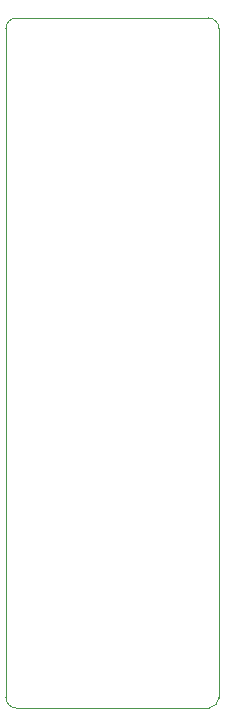
<source format=gm1>
G04 #@! TF.GenerationSoftware,KiCad,Pcbnew,7.0.1*
G04 #@! TF.CreationDate,2023-08-15T21:07:27+02:00*
G04 #@! TF.ProjectId,ESP_PROG,4553505f-5052-44f4-972e-6b696361645f,rev?*
G04 #@! TF.SameCoordinates,Original*
G04 #@! TF.FileFunction,Profile,NP*
%FSLAX46Y46*%
G04 Gerber Fmt 4.6, Leading zero omitted, Abs format (unit mm)*
G04 Created by KiCad (PCBNEW 7.0.1) date 2023-08-15 21:07:27*
%MOMM*%
%LPD*%
G01*
G04 APERTURE LIST*
G04 #@! TA.AperFunction,Profile*
%ADD10C,0.100000*%
G04 #@! TD*
G04 APERTURE END LIST*
D10*
X60960000Y-86493379D02*
G75*
G03*
X61760382Y-85604382I-93500J888979D01*
G01*
X60960000Y-86493382D02*
X44628618Y-86499764D01*
X44628618Y-28067018D02*
G75*
G03*
X43739618Y-28956000I-18J-888982D01*
G01*
X44628618Y-28067000D02*
X60871382Y-28060618D01*
X61760382Y-28949618D02*
G75*
G03*
X60871382Y-28060618I-888982J18D01*
G01*
X43739618Y-85604382D02*
X43739618Y-28956000D01*
X43739659Y-85604382D02*
G75*
G03*
X44628618Y-86499764I888941J-6418D01*
G01*
X61760382Y-28949618D02*
X61760382Y-85604382D01*
M02*

</source>
